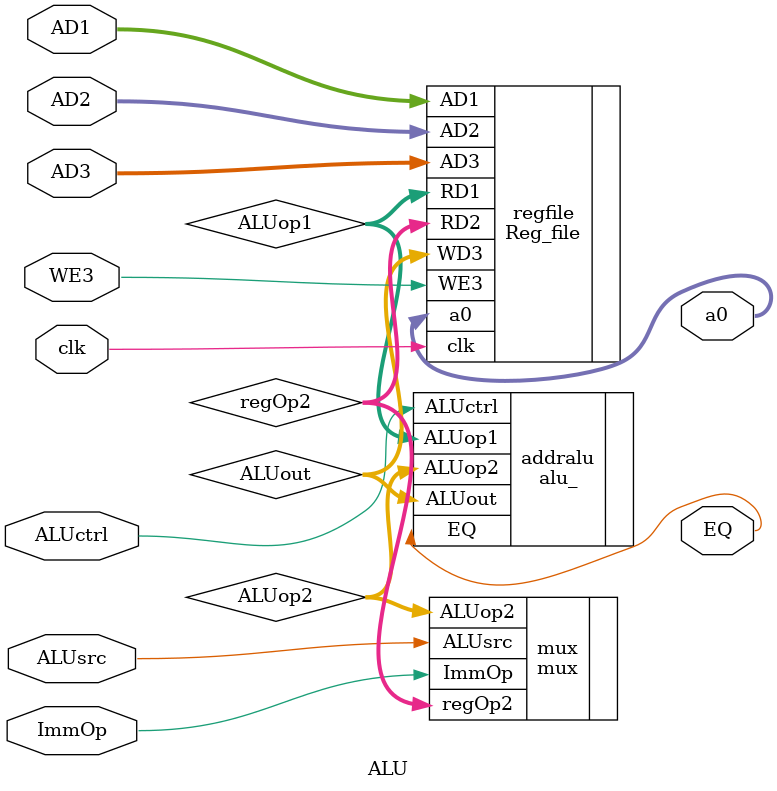
<source format=sv>
module ALU #(
    parameter A_WIDTH = 32,
              D_WIDTH = 32  
)(
    // interface signals
    input logic               clk, 
    input logic               ALUsrc, 
    input logic               ALUctrl, 
    input logic               ImmOp, 
    input logic               WE3,  
    input logic [A_WIDTH-1:0] AD1, 
    input logic [A_WIDTH-1:0] AD2,
    input logic [A_WIDTH-1:0] AD3,
    output logic              EQ,
    output logic [D_WIDTH-1:0] a0
);

    logic [D_WIDTH-1:0] regOp2; 
    logic [D_WIDTH-1:0] ALUop1; 
    logic [D_WIDTH-1:0] ALUop2; 
    logic [D_WIDTH-1:0] ALUout; 

alu_ addralu (
    .ALUop1 (ALUop1),
    .ALUop2 (ALUop2),
    .EQ  (EQ),
    .ALUctrl (ALUctrl),
    .ALUout (ALUout)
);

Reg_file regfile(
    .clk (clk),
    .AD1 (AD1),
    .AD2 (AD2),
    .AD3 (AD3),
    .WE3 (WE3),
    .RD1 (ALUop1),
    .RD2 (regOp2),
    .WD3 (ALUout),
    .a0 (a0)
);

mux mux(
    .ALUsrc (ALUsrc),
    .regOp2 (regOp2),
    .ALUop2 (ALUop2),
    .ImmOp (ImmOp)
);

endmodule





</source>
